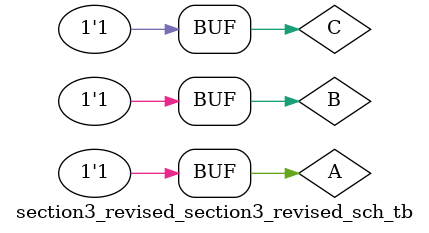
<source format=v>

`timescale 1ns / 1ps

module section3_revised_section3_revised_sch_tb();

// Inputs
   reg A;
   reg B;
   reg C;

// Output
   wire Le;
   wire Ld;
   wire Re;
   wire Rd;

// Bidirs

// Instantiate the UUT
   section3_revised UUT (
		.A(A), 
		.B(B), 
		.C(C), 
		.Le(Le), 
		.Ld(Ld), 
		.Re(Re), 
		.Rd(Rd)
   );
// Initialize Inputs
       initial begin
			 A = 0; B = 0; C = 0;
		#10 A = 0; B = 0; C = 1;
		#10 A = 0; B = 1; C = 0;
		#10 A = 0; B = 1; C = 1;
		#10 A = 1; B = 0; C = 0;
		#10 A = 1; B = 0; C = 1;
		#10 A = 1; B = 1; C = 0;
		#10 A = 1; B = 1; C = 1;
   end
endmodule

</source>
